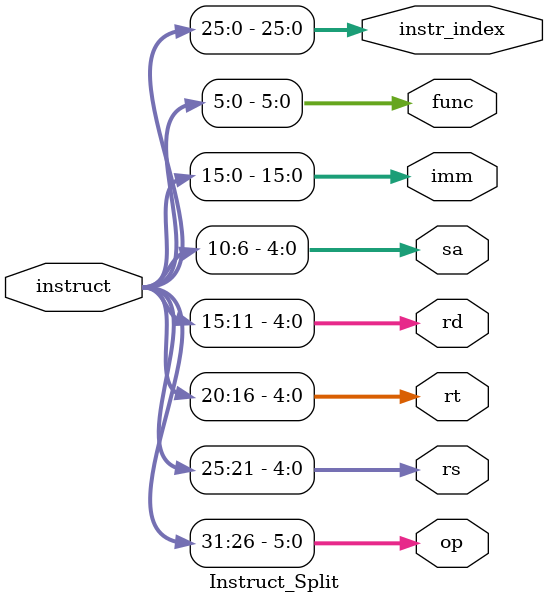
<source format=v>
`timescale 1ns/10ps
module Instruct_Split(
	input   [31:0]     instruct, //指令
	output  [ 5:0]     op, //操作码
	output  [ 4:0]     rs, //rs域
	output  [ 4:0]     rt, //rt域
	output  [ 4:0]     rd, //rd域
	output  [ 4:0]     sa, //sa域
	output  [15:0]     imm, //imm立即数
	output  [ 5:0]     func, //ALU操作码
	output  [25:0]     instr_index //J-Type
	);

assign op = instruct[31:26];
assign rs = instruct[25:21];
assign rt = instruct[20:16];
assign rd = instruct[15:11];
assign sa = instruct[10: 6];
assign imm = instruct[15:0];
assign func = instruct[5:0];
assign instr_index = instruct[25:0];

endmodule
</source>
